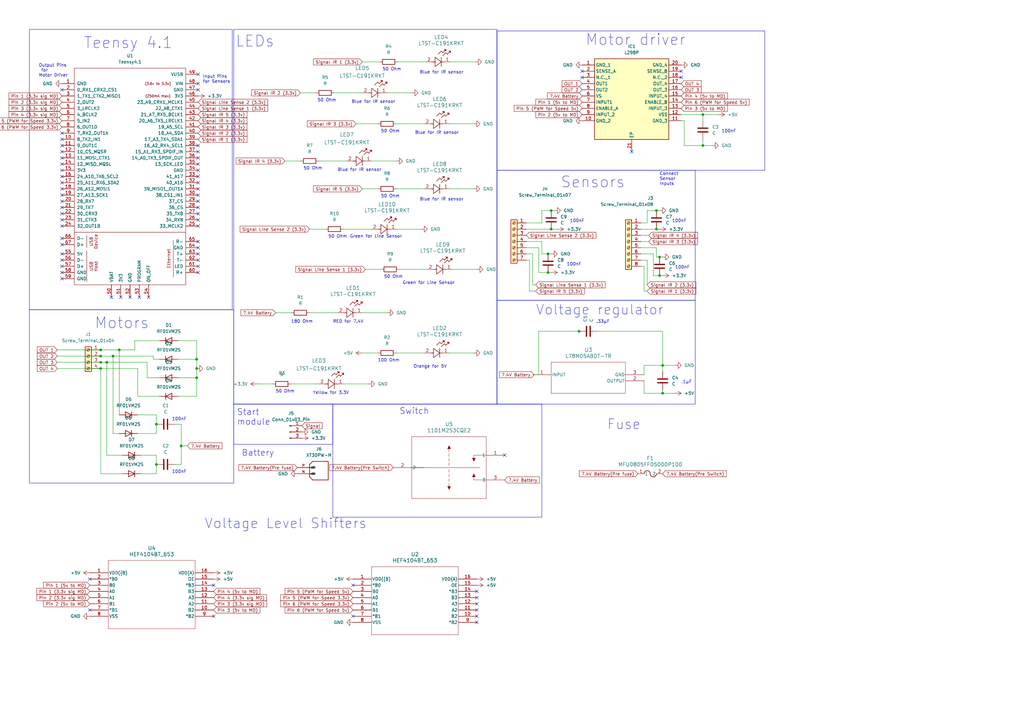
<source format=kicad_sch>
(kicad_sch (version 20230121) (generator eeschema)
  (paper "A3")
  (junction (at 226.06 93.98))
  (junction (at 80.645 154.94))
  (junction (at 226.06 86.36))
  (junction (at 237.49 135.89))
  (junction (at 74.295 182.88))
  (junction (at 288.29 59.69))
  (junction (at 80.645 147.32))
  (junction (at 269.24 86.36))
  (junction (at 80.645 151.13))
  (junction (at 41.275 146.05))
  (junction (at 224.79 111.76))
  (junction (at 46.355 146.05))
  (junction (at 48.895 143.51))
  (junction (at 64.135 173.99))
  (junction (at 270.51 113.03))
  (junction (at 41.275 148.59))
  (junction (at 41.275 151.13))
  (junction (at 64.135 190.5))
  (junction (at 224.79 104.14))
  (junction (at 271.78 161.29))
  (junction (at 271.78 149.86))
  (junction (at 288.29 46.99))
  (junction (at 269.24 93.98))
  (junction (at 43.815 148.59))
  (junction (at 270.51 105.41))
  (junction (at 41.275 143.51))
  (no_connect (at 60.96 121.92))
  (no_connect (at 25.4 80.01))
  (no_connect (at 81.28 69.85))
  (no_connect (at 81.28 77.47))
  (no_connect (at 25.4 67.31))
  (no_connect (at 87.63 252.73))
  (no_connect (at 81.28 92.71))
  (no_connect (at 25.4 90.17))
  (no_connect (at 81.28 85.09))
  (no_connect (at 207.01 186.69))
  (no_connect (at 279.4 29.21))
  (no_connect (at 144.78 252.73))
  (no_connect (at 81.28 74.93))
  (no_connect (at 81.28 64.77))
  (no_connect (at 195.58 247.65))
  (no_connect (at 195.58 245.11))
  (no_connect (at 144.78 240.03))
  (no_connect (at 259.08 62.23))
  (no_connect (at 81.28 59.69))
  (no_connect (at 36.83 237.49))
  (no_connect (at 25.4 92.71))
  (no_connect (at 81.28 67.31))
  (no_connect (at 25.4 69.85))
  (no_connect (at 81.28 106.68))
  (no_connect (at 53.34 121.92))
  (no_connect (at 25.4 82.55))
  (no_connect (at 81.28 30.48))
  (no_connect (at 81.28 87.63))
  (no_connect (at 195.58 242.57))
  (no_connect (at 81.28 104.14))
  (no_connect (at 25.4 106.68))
  (no_connect (at 25.4 97.79))
  (no_connect (at 81.28 34.29))
  (no_connect (at 81.28 80.01))
  (no_connect (at 25.4 104.14))
  (no_connect (at 25.4 111.76))
  (no_connect (at 81.28 99.06))
  (no_connect (at 81.28 90.17))
  (no_connect (at 25.4 54.61))
  (no_connect (at 87.63 240.03))
  (no_connect (at 49.53 121.92))
  (no_connect (at 195.58 252.73))
  (no_connect (at 81.28 82.55))
  (no_connect (at 25.4 114.3))
  (no_connect (at 25.4 72.39))
  (no_connect (at 25.4 62.23))
  (no_connect (at 81.28 72.39))
  (no_connect (at 81.28 109.22))
  (no_connect (at 25.4 85.09))
  (no_connect (at 25.4 64.77))
  (no_connect (at 195.58 255.27))
  (no_connect (at 25.4 57.15))
  (no_connect (at 25.4 59.69))
  (no_connect (at 81.28 101.6))
  (no_connect (at 36.83 250.19))
  (no_connect (at 279.4 31.75))
  (no_connect (at 238.76 31.75))
  (no_connect (at 195.58 250.19))
  (no_connect (at 25.4 109.22))
  (no_connect (at 57.15 121.92))
  (no_connect (at 81.28 36.83))
  (no_connect (at 81.28 62.23))
  (no_connect (at 25.4 36.83))
  (no_connect (at 25.4 77.47))
  (no_connect (at 45.72 121.92))
  (no_connect (at 25.4 74.93))
  (no_connect (at 238.76 29.21))
  (no_connect (at 25.4 87.63))
  (no_connect (at 25.4 100.33))
  (no_connect (at 81.28 111.76))
  (wire (pts (xy 41.275 194.31) (xy 41.275 151.13)))
  (wire (pts (xy 105.41 157.48) (xy 111.76 157.48)))
  (wire (pts (xy 146.05 50.8) (xy 154.94 50.8)))
  (wire (pts (xy 218.44 116.84) (xy 218.44 104.14)))
  (wire (pts (xy 162.56 77.47) (xy 173.99 77.47)))
  (wire (pts (xy 184.785 25.4) (xy 194.945 25.4)))
  (wire (pts (xy 265.43 91.44) (xy 262.89 91.44)))
  (wire (pts (xy 57.785 186.69) (xy 64.135 186.69)))
  (wire (pts (xy 162.56 144.78) (xy 173.99 144.78)))
  (wire (pts (xy 43.815 186.69) (xy 43.815 148.59)))
  (wire (pts (xy 226.06 111.76) (xy 224.79 111.76)))
  (wire (pts (xy 270.51 113.03) (xy 271.78 113.03)))
  (wire (pts (xy 41.275 151.13) (xy 56.515 151.13)))
  (wire (pts (xy 140.97 157.48) (xy 151.13 157.48)))
  (wire (pts (xy 62.865 147.32) (xy 65.405 147.32)))
  (wire (pts (xy 265.43 116.84) (xy 265.43 106.68)))
  (wire (pts (xy 262.89 96.52) (xy 266.065 96.52)))
  (wire (pts (xy 217.17 106.68) (xy 215.9 106.68)))
  (wire (pts (xy 219.71 116.84) (xy 218.44 116.84)))
  (wire (pts (xy 269.24 93.98) (xy 270.51 93.98)))
  (wire (pts (xy 50.165 194.31) (xy 41.275 194.31)))
  (wire (pts (xy 74.295 182.88) (xy 76.835 182.88)))
  (wire (pts (xy 222.25 91.44) (xy 215.9 91.44)))
  (wire (pts (xy 56.515 151.13) (xy 56.515 162.56)))
  (wire (pts (xy 226.06 86.36) (xy 222.25 86.36)))
  (wire (pts (xy 269.24 101.6) (xy 262.89 101.6)))
  (wire (pts (xy 264.16 109.22) (xy 262.89 109.22)))
  (wire (pts (xy 220.98 101.6) (xy 215.9 101.6)))
  (wire (pts (xy 219.71 119.38) (xy 217.17 119.38)))
  (wire (pts (xy 62.865 146.05) (xy 62.865 147.32)))
  (wire (pts (xy 43.815 148.59) (xy 60.325 148.59)))
  (wire (pts (xy 288.29 59.69) (xy 280.67 59.69)))
  (wire (pts (xy 73.025 154.94) (xy 80.645 154.94)))
  (wire (pts (xy 292.1 59.69) (xy 288.29 59.69)))
  (wire (pts (xy 162.56 50.8) (xy 173.99 50.8)))
  (wire (pts (xy 116.84 66.04) (xy 123.19 66.04)))
  (wire (pts (xy 271.78 135.89) (xy 271.78 149.86)))
  (wire (pts (xy 269.24 105.41) (xy 269.24 101.6)))
  (wire (pts (xy 162.56 93.98) (xy 172.72 93.98)))
  (wire (pts (xy 23.495 143.51) (xy 41.275 143.51)))
  (wire (pts (xy 262.89 93.98) (xy 269.24 93.98)))
  (wire (pts (xy 265.43 106.68) (xy 262.89 106.68)))
  (wire (pts (xy 184.15 50.8) (xy 194.31 50.8)))
  (wire (pts (xy 50.165 186.69) (xy 43.815 186.69)))
  (wire (pts (xy 41.275 148.59) (xy 43.815 148.59)))
  (wire (pts (xy 80.645 147.32) (xy 80.645 151.13)))
  (wire (pts (xy 265.43 86.36) (xy 269.24 86.36)))
  (wire (pts (xy 288.29 57.15) (xy 288.29 59.69)))
  (wire (pts (xy 224.79 111.76) (xy 220.98 111.76)))
  (wire (pts (xy 237.49 135.89) (xy 220.98 135.89)))
  (wire (pts (xy 222.25 99.06) (xy 215.9 99.06)))
  (wire (pts (xy 73.025 162.56) (xy 80.645 162.56)))
  (wire (pts (xy 71.755 190.5) (xy 74.295 190.5)))
  (wire (pts (xy 265.43 86.36) (xy 265.43 91.44)))
  (wire (pts (xy 288.29 46.99) (xy 288.29 49.53)))
  (wire (pts (xy 74.295 173.99) (xy 74.295 182.88)))
  (wire (pts (xy 46.355 177.8) (xy 46.355 146.05)))
  (wire (pts (xy 276.86 161.29) (xy 271.78 161.29)))
  (wire (pts (xy 148.59 128.27) (xy 158.75 128.27)))
  (wire (pts (xy 148.59 144.78) (xy 154.94 144.78)))
  (wire (pts (xy 227.33 86.36) (xy 226.06 86.36)))
  (wire (pts (xy 74.295 182.88) (xy 74.295 190.5)))
  (wire (pts (xy 288.29 46.99) (xy 279.4 46.99)))
  (wire (pts (xy 56.515 162.56) (xy 65.405 162.56)))
  (wire (pts (xy 226.06 104.14) (xy 224.79 104.14)))
  (wire (pts (xy 224.79 104.14) (xy 222.25 104.14)))
  (wire (pts (xy 270.51 105.41) (xy 271.78 105.41)))
  (wire (pts (xy 264.16 119.38) (xy 265.43 119.38)))
  (wire (pts (xy 48.895 143.51) (xy 55.245 143.51)))
  (wire (pts (xy 130.81 66.04) (xy 142.24 66.04)))
  (wire (pts (xy 56.515 170.18) (xy 64.135 170.18)))
  (wire (pts (xy 64.135 194.31) (xy 64.135 190.5)))
  (wire (pts (xy 271.78 149.86) (xy 264.16 149.86)))
  (wire (pts (xy 217.17 119.38) (xy 217.17 106.68)))
  (wire (pts (xy 226.06 93.98) (xy 215.9 93.98)))
  (wire (pts (xy 46.355 146.05) (xy 62.865 146.05)))
  (wire (pts (xy 269.24 86.36) (xy 270.51 86.36)))
  (wire (pts (xy 276.86 149.86) (xy 271.78 149.86)))
  (wire (pts (xy 113.03 128.27) (xy 119.38 128.27)))
  (wire (pts (xy 218.44 104.14) (xy 215.9 104.14)))
  (wire (pts (xy 119.38 157.48) (xy 130.81 157.48)))
  (wire (pts (xy 264.16 119.38) (xy 264.16 109.22)))
  (wire (pts (xy 64.135 170.18) (xy 64.135 173.99)))
  (wire (pts (xy 220.98 111.76) (xy 220.98 101.6)))
  (wire (pts (xy 294.64 46.99) (xy 288.29 46.99)))
  (wire (pts (xy 57.785 194.31) (xy 64.135 194.31)))
  (wire (pts (xy 271.78 161.29) (xy 264.16 161.29)))
  (wire (pts (xy 267.97 113.03) (xy 267.97 104.14)))
  (wire (pts (xy 228.6 93.98) (xy 226.06 93.98)))
  (wire (pts (xy 262.89 99.06) (xy 266.065 99.06)))
  (wire (pts (xy 123.19 38.1) (xy 129.54 38.1)))
  (wire (pts (xy 64.135 186.69) (xy 64.135 190.5)))
  (wire (pts (xy 55.245 143.51) (xy 55.245 139.7)))
  (wire (pts (xy 267.97 104.14) (xy 262.89 104.14)))
  (wire (pts (xy 23.495 151.13) (xy 41.275 151.13)))
  (wire (pts (xy 60.325 148.59) (xy 60.325 154.94)))
  (wire (pts (xy 269.24 105.41) (xy 270.51 105.41)))
  (wire (pts (xy 271.78 160.02) (xy 271.78 161.29)))
  (wire (pts (xy 220.98 153.67) (xy 218.44 153.67)))
  (wire (pts (xy 137.16 38.1) (xy 148.59 38.1)))
  (wire (pts (xy 41.275 143.51) (xy 48.895 143.51)))
  (wire (pts (xy 56.515 177.8) (xy 64.135 177.8)))
  (wire (pts (xy 80.645 162.56) (xy 80.645 154.94)))
  (wire (pts (xy 267.97 113.03) (xy 270.51 113.03)))
  (wire (pts (xy 71.755 173.99) (xy 74.295 173.99)))
  (wire (pts (xy 152.4 66.04) (xy 162.56 66.04)))
  (wire (pts (xy 80.645 139.7) (xy 80.645 147.32)))
  (wire (pts (xy 220.98 135.89) (xy 220.98 153.67)))
  (wire (pts (xy 163.83 110.49) (xy 175.26 110.49)))
  (wire (pts (xy 240.03 135.89) (xy 237.49 135.89)))
  (wire (pts (xy 184.15 144.78) (xy 194.31 144.78)))
  (wire (pts (xy 184.15 77.47) (xy 194.31 77.47)))
  (wire (pts (xy 55.245 139.7) (xy 65.405 139.7)))
  (wire (pts (xy 148.59 77.47) (xy 154.94 77.47)))
  (wire (pts (xy 280.67 59.69) (xy 280.67 49.53)))
  (wire (pts (xy 48.895 177.8) (xy 46.355 177.8)))
  (wire (pts (xy 48.895 143.51) (xy 48.895 170.18)))
  (wire (pts (xy 271.78 149.86) (xy 271.78 152.4)))
  (wire (pts (xy 41.275 146.05) (xy 46.355 146.05)))
  (wire (pts (xy 222.25 86.36) (xy 222.25 91.44)))
  (wire (pts (xy 149.86 110.49) (xy 156.21 110.49)))
  (wire (pts (xy 264.16 161.29) (xy 264.16 156.21)))
  (wire (pts (xy 140.97 93.98) (xy 152.4 93.98)))
  (wire (pts (xy 23.495 146.05) (xy 41.275 146.05)))
  (wire (pts (xy 80.645 154.94) (xy 80.645 151.13)))
  (wire (pts (xy 148.59 25.4) (xy 155.575 25.4)))
  (wire (pts (xy 245.11 135.89) (xy 271.78 135.89)))
  (wire (pts (xy 127 128.27) (xy 138.43 128.27)))
  (wire (pts (xy 163.195 25.4) (xy 174.625 25.4)))
  (wire (pts (xy 23.495 148.59) (xy 41.275 148.59)))
  (wire (pts (xy 73.025 147.32) (xy 80.645 147.32)))
  (wire (pts (xy 185.42 110.49) (xy 195.58 110.49)))
  (wire (pts (xy 222.25 104.14) (xy 222.25 99.06)))
  (wire (pts (xy 127 93.98) (xy 133.35 93.98)))
  (wire (pts (xy 60.325 154.94) (xy 65.405 154.94)))
  (wire (pts (xy 158.75 38.1) (xy 168.91 38.1)))
  (wire (pts (xy 264.16 149.86) (xy 264.16 153.67)))
  (wire (pts (xy 280.67 49.53) (xy 279.4 49.53)))
  (wire (pts (xy 64.135 177.8) (xy 64.135 173.99)))
  (wire (pts (xy 73.025 139.7) (xy 80.645 139.7)))
  (rectangle (start 136.525 165.735) (end 222.25 212.09))
  (rectangle (start 95.885 12.065) (end 203.835 165.735))
  (rectangle (start 203.835 123.19) (end 285.115 165.735))
  (rectangle (start 95.885 165.735) (end 136.525 182.245))
  (rectangle (start 12.065 127) (end 95.885 198.12))
  (rectangle (start 12.065 12.065) (end 95.25 127))
  (rectangle (start 203.835 12.7) (end 313.69 69.85))
  (rectangle (start 203.835 69.85) (end 285.115 123.19))
  (text "Blue for IR sensor" (at 172.085 82.55 0) (effects (font (size 1.27 1.27)) (justify left bottom)))
  (text "Voltage Level Shifters" (at 83.82 217.17 0) (effects (font (size 4 4)) (justify left bottom)))
  (text "Motor driver" (at 240.03 19.05 0) (effects (font (size 4.5 4.5)) (justify left bottom)))
  (text "100nF" (at 70.485 172.72 0) (effects (font (size 1.27 1.27)) (justify left bottom)))
  (text "Blue for IR sensor" (at 144.145 42.545 0) (effects (font (size 1.27 1.27)) (justify left bottom)))
  (text "50 Ohm" (at 157.48 114.3 0) (effects (font (size 1.27 1.27)) (justify left bottom)))
  (text "Teensy 4.1" (at 34.29 20.32 0) (effects (font (size 4.5 4.5)) (justify left bottom)))
  (text "Green for Line Sensor" (at 143.51 97.79 0) (effects (font (size 1.27 1.27)) (justify left bottom)))
  (text "Output Pins\n for \nMotor Driver" (at 15.875 31.75 0) (effects (font (size 1.27 1.27)) (justify left bottom)))
  (text "Sensors" (at 229.87 77.47 0) (effects (font (size 4.5 4.5)) (justify left bottom)))
  (text "100nF" (at 275.59 91.44 0) (effects (font (size 1.27 1.27)) (justify left bottom)))
  (text "50 Ohm" (at 113.03 161.29 0) (effects (font (size 1.27 1.27)) (justify left bottom)))
  (text "100nF" (at 70.485 194.31 0) (effects (font (size 1.27 1.27)) (justify left bottom)))
  (text "50 Ohm" (at 134.62 97.79 0) (effects (font (size 1.27 1.27)) (justify left bottom)))
  (text "Voltage regulator" (at 219.71 129.54 0) (effects (font (size 4 4)) (justify left bottom)))
  (text "Blue for IR sensor" (at 170.18 55.245 0) (effects (font (size 1.27 1.27)) (justify left bottom)))
  (text "50 Ohm" (at 156.21 81.28 0) (effects (font (size 1.27 1.27)) (justify left bottom)))
  (text "100 Ohm" (at 154.94 148.59 0) (effects (font (size 1.27 1.27)) (justify left bottom)))
  (text "100nF" (at 295.91 54.61 0) (effects (font (size 1.27 1.27)) (justify left bottom)))
  (text "Start\nmodule" (at 97.155 174.625 0) (effects (font (size 2.5 2.5)) (justify left bottom)))
  (text "50 Ohm" (at 124.46 69.85 0) (effects (font (size 1.27 1.27)) (justify left bottom)))
  (text "Yellow for 3.3V" (at 128.27 161.925 0) (effects (font (size 1.27 1.27)) (justify left bottom)))
  (text "100nF" (at 233.68 91.44 0) (effects (font (size 1.27 1.27)) (justify left bottom)))
  (text "LEDs" (at 96.52 19.685 0) (effects (font (size 4.5 4.5)) (justify left bottom)))
  (text "Orange for 5V" (at 169.545 151.13 0) (effects (font (size 1.27 1.27)) (justify left bottom)))
  (text "Motors" (at 38.735 135.255 0) (effects (font (size 4.5 4.5)) (justify left bottom)))
  (text "Battery" (at 99.06 187.325 0) (effects (font (size 2.5 2.5)) (justify left bottom)))
  (text "Blue for IR sensor" (at 138.43 70.485 0) (effects (font (size 1.27 1.27)) (justify left bottom)))
  (text ".1µF" (at 279.4 157.48 0) (effects (font (size 1.27 1.27)) (justify left bottom)))
  (text "Input Pins \nfor Sensors" (at 83.185 34.29 0) (effects (font (size 1.27 1.27)) (justify left bottom)))
  (text ".33µF" (at 244.475 132.715 0) (effects (font (size 1.27 1.27)) (justify left bottom)))
  (text "100nF" (at 232.41 109.22 0) (effects (font (size 1.27 1.27)) (justify left bottom)))
  (text "Switch" (at 163.83 170.18 0) (effects (font (size 2.5 2.5)) (justify left bottom)))
  (text "180 Ohm" (at 119.38 132.715 0) (effects (font (size 1.27 1.27)) (justify left bottom)))
  (text "Blue for IR sensor" (at 172.085 30.48 0) (effects (font (size 1.27 1.27)) (justify left bottom)))
  (text "Connect \nSensor \nInputs" (at 270.51 76.2 0) (effects (font (size 1.27 1.27)) (justify left bottom)))
  (text "50 Ohm" (at 156.845 29.21 0) (effects (font (size 1.27 1.27)) (justify left bottom)))
  (text "50 Ohm" (at 156.21 54.61 0) (effects (font (size 1.27 1.27)) (justify left bottom)))
  (text "Fuse" (at 248.92 176.53 0) (effects (font (size 4 4)) (justify left bottom)))
  (text "Green for Line Sensor" (at 165.1 116.84 0) (effects (font (size 1.27 1.27)) (justify left bottom)))
  (text "RED for 7.4V" (at 136.525 132.715 0) (effects (font (size 1.27 1.27)) (justify left bottom)))
  (text "50 Ohm" (at 130.175 41.91 0) (effects (font (size 1.27 1.27)) (justify left bottom)))
  (text "100nF" (at 276.86 110.49 0) (effects (font (size 1.27 1.27)) (justify left bottom)))
  (global_label "Signal IR 1 (3.3v)" (shape input) (at 81.28 57.15 0) (property "Intersheetrefs" "${INTERSHEET_REFS}" (effects hide)))
  (global_label "OUT 4" (shape input) (at 279.4 34.29 0) (property "Intersheetrefs" "${INTERSHEET_REFS}" (effects hide)))
  (global_label "OUT 3" (shape input) (at 279.4 36.83 0) (property "Intersheetrefs" "${INTERSHEET_REFS}" (effects hide)))
  (global_label "Signal IR 5 (3.3v)" (shape input) (at 148.59 77.47 180) (property "Intersheetrefs" "${INTERSHEET_REFS}" (effects hide)))
  (global_label "Signal IR 4 (3.3v)" (shape input) (at 116.84 66.04 180) (property "Intersheetrefs" "${INTERSHEET_REFS}" (effects hide)))
  (global_label "OUT 4" (shape input) (at 23.495 151.13 180) (property "Intersheetrefs" "${INTERSHEET_REFS}" (effects hide)))
  (global_label "7.4V Battery" (shape input) (at 238.76 39.37 180) (property "Intersheetrefs" "${INTERSHEET_REFS}" (effects hide)))
  (global_label "Pin 6 (PWM for Speed 3.3v)" (shape input) (at 144.78 247.65 180) (property "Intersheetrefs" "${INTERSHEET_REFS}" (effects hide)))
  (global_label "Signal Line Sense 1 (3.3v)" (shape input) (at 81.28 44.45 0) (property "Intersheetrefs" "${INTERSHEET_REFS}" (effects hide)))
  (global_label "Signal IR 1 (3.3v)" (shape input) (at 265.43 119.38 0) (property "Intersheetrefs" "${INTERSHEET_REFS}" (effects hide)))
  (global_label "Signal IR 4 (3.3v)" (shape input) (at 266.065 96.52 0) (property "Intersheetrefs" "${INTERSHEET_REFS}" (effects hide)))
  (global_label "Pin 1 (3.3v sig MD)" (shape input) (at 36.83 242.57 180) (property "Intersheetrefs" "${INTERSHEET_REFS}" (effects hide)))
  (global_label "Pin 4 (3.3v sig MD)" (shape input) (at 25.4 46.99 180) (property "Intersheetrefs" "${INTERSHEET_REFS}" (effects hide)))
  (global_label "Signal IR 4 (3.3v)" (shape input) (at 81.28 49.53 0) (property "Intersheetrefs" "${INTERSHEET_REFS}" (effects hide)))
  (global_label "7.4V Battery(Pre Switch)" (shape input) (at 161.29 191.77 180) (property "Intersheetrefs" "${INTERSHEET_REFS}" (effects hide)))
  (global_label "Pin 6 (PWM for Speed 5v)" (shape input) (at 144.78 250.19 180) (property "Intersheetrefs" "${INTERSHEET_REFS}" (effects hide)))
  (global_label "Signal Line Sense 1 (3.3v)" (shape input) (at 149.86 110.49 180) (property "Intersheetrefs" "${INTERSHEET_REFS}" (effects hide)))
  (global_label "Signal IR 3 (3.3v)" (shape input) (at 266.065 99.06 0) (property "Intersheetrefs" "${INTERSHEET_REFS}" (effects hide)))
  (global_label "7.4V Battery" (shape input) (at 76.835 182.88 0) (property "Intersheetrefs" "${INTERSHEET_REFS}" (effects hide)))
  (global_label "Signal IR 2 (3.3v)" (shape input) (at 265.43 116.84 0) (property "Intersheetrefs" "${INTERSHEET_REFS}" (effects hide)))
  (global_label "OUT 2" (shape input) (at 23.495 146.05 180) (property "Intersheetrefs" "${INTERSHEET_REFS}" (effects hide)))
  (global_label "Signal IR 5 (3.3v)" (shape input) (at 219.71 119.38 0) (property "Intersheetrefs" "${INTERSHEET_REFS}" (effects hide)))
  (global_label "OUT 1" (shape input) (at 23.495 143.51 180) (property "Intersheetrefs" "${INTERSHEET_REFS}" (effects hide)))
  (global_label "OUT 2" (shape input) (at 238.76 36.83 180) (property "Intersheetrefs" "${INTERSHEET_REFS}" (effects hide)))
  (global_label "7.4V Battery" (shape input) (at 113.03 128.27 180) (property "Intersheetrefs" "${INTERSHEET_REFS}" (effects hide)))
  (global_label "Signal IR 1 (3.3v)" (shape input) (at 148.59 25.4 180) (property "Intersheetrefs" "${INTERSHEET_REFS}" (effects hide)))
  (global_label "Pin 4 (5v to MD)" (shape input) (at 87.63 242.57 0) (property "Intersheetrefs" "${INTERSHEET_REFS}" (effects hide)))
  (global_label "Pin 3 (5v to MD)" (shape input) (at 87.63 250.19 0) (property "Intersheetrefs" "${INTERSHEET_REFS}" (effects hide)))
  (global_label "7.4V Battery(Pre Switch)" (shape input) (at 271.78 194.31 0) (property "Intersheetrefs" "${INTERSHEET_REFS}" (effects hide)))
  (global_label "Pin 3 (3.3v sig MD)" (shape input) (at 25.4 44.45 180) (property "Intersheetrefs" "${INTERSHEET_REFS}" (effects hide)))
  (global_label "Pin 5 (PWM for Speed 5v)" (shape input) (at 238.76 44.45 180) (property "Intersheetrefs" "${INTERSHEET_REFS}" (effects hide)))
  (global_label "Signal Line Sense 2 (3.3v)" (shape input) (at 215.9 96.52 0) (property "Intersheetrefs" "${INTERSHEET_REFS}" (effects hide)))
  (global_label "Signal Line Sense 2 (3.3v)" (shape input) (at 81.28 41.91 0) (property "Intersheetrefs" "${INTERSHEET_REFS}" (effects hide)))
  (global_label "7.4V Battery" (shape input) (at 219.075 153.67 180) (property "Intersheetrefs" "${INTERSHEET_REFS}" (effects hide)))
  (global_label "Pin 3 (3.3v sig MD)" (shape input) (at 87.63 247.65 0) (property "Intersheetrefs" "${INTERSHEET_REFS}" (effects hide)))
  (global_label "Signal Line Sense 2 (3.3v)" (shape input) (at 127 93.98 180) (property "Intersheetrefs" "${INTERSHEET_REFS}" (effects hide)))
  (global_label "Pin 1 (5v to MD)" (shape input) (at 36.83 240.03 180) (property "Intersheetrefs" "${INTERSHEET_REFS}" (effects hide)))
  (global_label "7.4V Battery" (shape input) (at 207.01 196.85 0) (property "Intersheetrefs" "${INTERSHEET_REFS}" (effects hide)))
  (global_label "Pin 4 (3.3v sig MD)" (shape input) (at 87.63 245.11 0) (property "Intersheetrefs" "${INTERSHEET_REFS}" (effects hide)))
  (global_label "OUT 3" (shape input) (at 23.495 148.59 180) (property "Intersheetrefs" "${INTERSHEET_REFS}" (effects hide)))
  (global_label "Pin 2 (3.3v sig MD)" (shape input) (at 25.4 41.91 180) (property "Intersheetrefs" "${INTERSHEET_REFS}" (effects hide)))
  (global_label "Pin 1 (3.3v sig MD)" (shape input) (at 25.4 39.37 180) (property "Intersheetrefs" "${INTERSHEET_REFS}" (effects hide)))
  (global_label "Signal IR 2 (3.3v)" (shape input) (at 81.28 54.61 0) (property "Intersheetrefs" "${INTERSHEET_REFS}" (effects hide)))
  (global_label "Signal IR 3 (3.3v)" (shape input) (at 81.28 52.07 0) (property "Intersheetrefs" "${INTERSHEET_REFS}" (effects hide)))
  (global_label "Signal IR 2 (3.3v)" (shape input) (at 123.19 38.1 180) (property "Intersheetrefs" "${INTERSHEET_REFS}" (effects hide)))
  (global_label "Pin 4 (5v to MD)" (shape input) (at 279.4 39.37 0) (property "Intersheetrefs" "${INTERSHEET_REFS}" (effects hide)))
  (global_label "Signal" (shape input) (at 123.825 174.625 0) (property "Intersheetrefs" "${INTERSHEET_REFS}" (effects hide)))
  (global_label "Signal IR 5 (3.3v)" (shape input) (at 81.28 46.99 0) (property "Intersheetrefs" "${INTERSHEET_REFS}" (effects hide)))
  (global_label "Pin 5 (PWM for Speed 3.3v)" (shape input) (at 25.4 49.53 180) (property "Intersheetrefs" "${INTERSHEET_REFS}" (effects hide)))
  (global_label "Signal IR 3 (3.3v)" (shape input) (at 146.05 50.8 180) (property "Intersheetrefs" "${INTERSHEET_REFS}" (effects hide)))
  (global_label "Pin 3 (5v to MD)" (shape input) (at 279.4 44.45 0) (property "Intersheetrefs" "${INTERSHEET_REFS}" (effects hide)))
  (global_label "7.4V Battery(Pre fuse)" (shape input) (at 261.62 194.31 180) (property "Intersheetrefs" "${INTERSHEET_REFS}" (effects hide)))
  (global_label "7.4V Battery(Pre fuse)" (shape input) (at 121.92 191.77 180) (property "Intersheetrefs" "${INTERSHEET_REFS}" (effects hide)))
  (global_label "Pin 2 (5v to MD)" (shape input) (at 36.83 247.65 180) (property "Intersheetrefs" "${INTERSHEET_REFS}" (effects hide)))
  (global_label "Signal Line Sense 1 (3.3v)" (shape input) (at 219.71 116.84 0) (property "Intersheetrefs" "${INTERSHEET_REFS}" (effects hide)))
  (global_label "Pin 2 (3.3v sig MD)" (shape input) (at 36.83 245.11 180) (property "Intersheetrefs" "${INTERSHEET_REFS}" (effects hide)))
  (global_label "Pin 6 (PWM for Speed 5v)" (shape input) (at 279.4 41.91 0) (property "Intersheetrefs" "${INTERSHEET_REFS}" (effects hide)))
  (global_label "Pin 1 (5v to MD)" (shape input) (at 238.76 41.91 180) (property "Intersheetrefs" "${INTERSHEET_REFS}" (effects hide)))
  (global_label "Pin 6 (PWM for Speed 3.3v)" (shape input) (at 25.4 52.07 180) (property "Intersheetrefs" "${INTERSHEET_REFS}" (effects hide)))
  (global_label "Pin 5 (PWM for Speed 3.3v)" (shape input) (at 144.78 245.11 180) (property "Intersheetrefs" "${INTERSHEET_REFS}" (effects hide)))
  (global_label "Pin 5 (PWM for Speed 5v)" (shape input) (at 144.78 242.57 180) (property "Intersheetrefs" "${INTERSHEET_REFS}" (effects hide)))
  (global_label "OUT 1" (shape input) (at 238.76 34.29 180) (property "Intersheetrefs" "${INTERSHEET_REFS}" (effects hide)))
  (global_label "Pin 2 (5v to MD)" (shape input) (at 238.76 46.99 180) (property "Intersheetrefs" "${INTERSHEET_REFS}" (effects hide)))
  (symbol (lib_id "Device:C") (at 226.06 90.17 0) (unit 1)
    (property "Reference" "C9" (at 229.87 88.9 0) (effects (justify left)))
    (property "Value" "C" (at 229.87 91.44 0) (effects (justify left)))
  )
  (symbol (lib_id "power:GND") (at 238.76 49.53 270) (unit 1)
    (property "Reference" "#PWR05" (effects hide))
    (property "Value" "GND" (at 234.95 49.53 90) (effects (justify right)))
  )
  (symbol (lib_id "Device:R") (at 137.16 93.98 270) (unit 1)
    (property "Reference" "R10" (at 137.16 87.63 90))
    (property "Value" "R" (at 137.16 90.17 90))
  )
  (symbol (lib_id "LED--:LTST-C191KRKT") (at 173.99 50.8 0) (unit 1)
    (property "Reference" "LED6" (at 180.34 40.64 0) (effects (font (size 1.524 1.524))))
    (property "Value" "LTST-C191KRKT" (at 180.34 43.18 0) (effects (font (size 1.524 1.524))))
    (property "Footprint" "LED_LTST-C191KRKT_LTO" (effects hide))
    (property "Datasheet" "LTST-C191KRKT" (effects hide))
  )
  (symbol (lib_id "Device:C") (at 67.945 173.99 90) (unit 1)
    (property "Reference" "C1" (at 67.945 166.37 90))
    (property "Value" "C" (at 67.945 168.91 90))
  )
  (symbol (lib_id "Device:R") (at 133.35 38.1 270) (unit 1)
    (property "Reference" "R5" (at 133.35 31.75 90))
    (property "Value" "R" (at 133.35 34.29 90))
  )
  (symbol (lib_id "power:GND") (at 172.72 93.98 90) (unit 1)
    (property "Reference" "#PWR033" (effects hide))
    (property "Value" "GND" (at 176.53 93.98 90) (effects (justify right)))
  )
  (symbol (lib_id "power:GND") (at 151.13 157.48 90) (unit 1)
    (property "Reference" "#PWR025" (effects hide))
    (property "Value" "GND" (at 154.94 157.48 90) (effects (justify right)))
  )
  (symbol (lib_id "Diode:RF01VM2S") (at 53.975 194.31 0) (mirror y) (unit 1)
    (property "Reference" "D8" (at 53.975 187.96 0))
    (property "Value" "RF01VM2S" (at 53.975 190.5 0))
    (property "Footprint" "Diode_SMD:D_SOD-323" (effects hide))
    (property "Datasheet" "https://fscdn.rohm.com/en/products/databook/datasheet/discrete/diode/fast_recovery/rf01vm2s.pdf" (effects hide))
    (property "Sim.Device" "D" (effects hide))
    (property "Sim.Pins" "1=K 2=A" (effects hide))
  )
  (symbol (lib_id "Diode:RF01VM2S") (at 52.705 170.18 0) (mirror y) (unit 1)
    (property "Reference" "D5" (at 52.705 163.83 0))
    (property "Value" "RF01VM2S" (at 52.705 166.37 0))
    (property "Footprint" "Diode_SMD:D_SOD-323" (effects hide))
    (property "Datasheet" "https://fscdn.rohm.com/en/products/databook/datasheet/discrete/diode/fast_recovery/rf01vm2s.pdf" (effects hide))
    (property "Sim.Device" "D" (effects hide))
    (property "Sim.Pins" "1=K 2=A" (effects hide))
  )
  (symbol (lib_id "Device:C") (at 270.51 109.22 0) (unit 1)
    (property "Reference" "C6" (at 274.32 107.95 0) (effects (justify left)))
    (property "Value" "C" (at 274.32 110.49 0) (effects (justify left)))
  )
  (symbol (lib_id "Device:R") (at 158.75 50.8 270) (unit 1)
    (property "Reference" "R6" (at 158.75 44.45 90))
    (property "Value" "R" (at 158.75 46.99 90))
  )
  (symbol (lib_id "power:GND") (at 168.91 38.1 90) (unit 1)
    (property "Reference" "#PWR027" (effects hide))
    (property "Value" "GND" (at 172.72 38.1 90) (effects (justify right)))
  )
  (symbol (lib_id "power:+3.3V") (at 271.78 113.03 270) (unit 1)
    (property "Reference" "#PWR013" (effects hide))
    (property "Value" "+3.3V" (at 275.59 113.03 90) (effects (justify left)))
  )
  (symbol (lib_id "power:+5V") (at 195.58 237.49 270) (unit 1)
    (property "Reference" "#PWR040" (effects hide))
    (property "Value" "+5V" (at 199.39 237.49 90) (effects (justify left)))
  )
  (symbol (lib_id "teensy:Teensy4.1") (at 53.34 88.9 0) (unit 1)
    (property "Reference" "U1" (at 53.34 22.86 0))
    (property "Value" "Teensy4.1" (at 53.34 25.4 0))
    (property "Footprint" "RW_Wasabi:Teensy41" (effects hide))
  )
  (symbol (lib_id "Device:R") (at 159.385 25.4 270) (unit 1)
    (property "Reference" "R4" (at 159.385 19.05 90))
    (property "Value" "R" (at 159.385 21.59 90))
  )
  (symbol (lib_id "Diode:RF01VM2S") (at 69.215 147.32 0) (unit 1)
    (property "Reference" "D2" (at 69.215 140.97 0))
    (property "Value" "RF01VM2S" (at 69.215 143.51 0))
    (property "Footprint" "Diode_SMD:D_SOD-323" (effects hide))
    (property "Datasheet" "https://fscdn.rohm.com/en/products/databook/datasheet/discrete/diode/fast_recovery/rf01vm2s.pdf" (effects hide))
    (property "Sim.Device" "D" (effects hide))
    (property "Sim.Pins" "1=K 2=A" (effects hide))
  )
  (symbol (lib_id "power:+5V") (at 87.63 237.49 270) (unit 1)
    (property "Reference" "#PWR036" (effects hide))
    (property "Value" "+5V" (at 91.44 237.49 90) (effects (justify left)))
  )
  (symbol (lib_id "power:GND") (at 195.58 110.49 90) (unit 1)
    (property "Reference" "#PWR032" (effects hide))
    (property "Value" "GND" (at 199.39 110.49 90) (effects (justify right)))
  )
  (symbol (lib_id "power:GND") (at 158.75 128.27 90) (unit 1)
    (property "Reference" "#PWR022" (effects hide))
    (property "Value" "GND" (at 162.56 128.27 90) (effects (justify right)))
  )
  (symbol (lib_id "Device:R") (at 160.02 110.49 270) (unit 1)
    (property "Reference" "R9" (at 160.02 104.14 90))
    (property "Value" "R" (at 160.02 106.68 90))
  )
  (symbol (lib_id "power:+3.3V") (at 81.28 39.37 270) (unit 1)
    (property "Reference" "#PWR017" (effects hide))
    (property "Value" "+3.3V" (at 85.09 39.37 90) (effects (justify left)))
  )
  (symbol (lib_id "power:+3.3V") (at 228.6 93.98 270) (unit 1)
    (property "Reference" "#PWR020" (effects hide))
    (property "Value" "+3.3V" (at 232.41 93.98 90) (effects (justify left)))
  )
  (symbol (lib_id "Connector:Screw_Terminal_01x07") (at 210.82 99.06 0) (mirror y) (unit 1)
    (property "Reference" "J4" (at 223.52 77.47 0))
    (property "Value" "Screw_Terminal_01x07" (at 223.52 80.01 0))
  )
  (symbol (lib_id "power:GND") (at 279.4 26.67 90) (unit 1)
    (property "Reference" "#PWR02" (effects hide))
    (property "Value" "GND" (at 283.21 26.67 90) (effects (justify right)))
  )
  (symbol (lib_id "power:+5V") (at 276.86 161.29 270) (unit 1)
    (property "Reference" "#PWR011" (effects hide))
    (property "Value" "+5V" (at 280.67 161.29 90) (effects (justify left)))
  )
  (symbol (lib_id "Device:C") (at 241.3 135.89 90) (unit 1)
    (property "Reference" "C5" (at 240.03 132.08 0) (effects (justify left)))
    (property "Value" "C" (at 242.57 132.08 0) (effects (justify left)))
  )
  (symbol (lib_id "L298P:L298P") (at 238.76 26.67 0) (unit 1)
    (property "Reference" "IC1" (at 259.08 19.05 0))
    (property "Value" "L298P" (at 259.08 21.59 0))
    (property "Footprint" "RW_Wasabi:L298P" (effects hide))
    (property "Datasheet" "https://datasheet.datasheetarchive.com/originals/distributors/Datasheets-32/DSA-634400.pdf" (effects hide))
    (property "Height" "3.6" (effects hide))
    (property "Mouser Part Number" "511-L298P" (effects hide))
    (property "Mouser Price/Stock" "https://www.mouser.co.uk/ProductDetail/STMicroelectronics/L298P?qs=lDh9v96ogBZNJERYYNX11w%3D%3D" (effects hide))
    (property "Manufacturer_Name" "STMicroelectronics" (effects hide))
    (property "Manufacturer_Part_Number" "L298P" (effects hide))
  )
  (symbol (lib_id "LED--:LTST-C191KRKT") (at 148.59 38.1 0) (unit 1)
    (property "Reference" "LED5" (at 148.59 27.94 0) (effects (font (size 1.524 1.524))))
    (property "Value" "LTST-C191KRKT" (at 148.59 31.115 0) (effects (font (size 1.524 1.524))))
    (property "Footprint" "LED_LTST-C191KRKT_LTO" (effects hide))
    (property "Datasheet" "LTST-C191KRKT" (effects hide))
  )
  (symbol (lib_id "Device:R") (at 115.57 157.48 270) (unit 1)
    (property "Reference" "R3" (at 115.57 153.035 90))
    (property "Value" "R" (at 115.57 153.67 90))
  )
  (symbol (lib_id "power:+3.3V") (at 270.51 93.98 270) (unit 1)
    (property "Reference" "#PWR015" (effects hide))
    (property "Value" "+3.3V" (at 274.32 93.98 90) (effects (justify left)))
  )
  (symbol (lib_id "LED--:LTST-C191KRKT") (at 142.24 66.04 0) (unit 1)
    (property "Reference" "LED7" (at 142.24 55.245 0) (effects (font (size 1.524 1.524))))
    (property "Value" "LTST-C191KRKT" (at 142.24 58.42 0) (effects (font (size 1.524 1.524))))
    (property "Footprint" "LED_LTST-C191KRKT_LTO" (effects hide))
    (property "Datasheet" "LTST-C191KRKT" (effects hide))
  )
  (symbol (lib_id "power:GND") (at 194.945 25.4 90) (unit 1)
    (property "Reference" "#PWR028" (effects hide))
    (property "Value" "GND" (at 198.755 25.4 90) (effects (justify right)))
  )
  (symbol (lib_id "LED--:LTST-C191KRKT") (at 173.99 77.47 0) (unit 1)
    (property "Reference" "LED8" (at 180.34 67.31 0) (effects (font (size 1.524 1.524))))
    (property "Value" "LTST-C191KRKT" (at 180.34 69.85 0) (effects (font (size 1.524 1.524))))
    (property "Footprint" "LED_LTST-C191KRKT_LTO" (effects hide))
    (property "Datasheet" "LTST-C191KRKT" (effects hide))
  )
  (symbol (lib_id "Connector:Conn_01x03_Pin") (at 118.745 177.165 0) (unit 1)
    (property "Reference" "J5" (at 119.38 169.545 0))
    (property "Value" "Conn_01x03_Pin" (at 119.38 172.085 0))
    (property "Footprint" "Connector:FanPinHeader_1x03_P2.54mm_Vertical" (effects hide))
  )
  (symbol (lib_id "power:GND") (at 25.4 34.29 270) (unit 1)
    (property "Reference" "#PWR01" (effects hide))
    (property "Value" "GND" (at 21.59 34.29 90) (effects (justify right)))
  )
  (symbol (lib_id "Device:C") (at 224.79 107.95 0) (unit 1)
    (property "Reference" "C8" (at 228.6 106.68 0) (effects (justify left)))
    (property "Value" "C" (at 228.6 109.22 0) (effects (justify left)))
  )
  (symbol (lib_id "Device:R") (at 158.75 77.47 270) (unit 1)
    (property "Reference" "R8" (at 158.75 71.12 90))
    (property "Value" "R" (at 158.75 73.66 90))
  )
  (symbol (lib_id "LED--:LTST-C191KRKT") (at 152.4 93.98 0) (unit 1)
    (property "Reference" "LED10" (at 158.75 83.82 0) (effects (font (size 1.524 1.524))))
    (property "Value" "LTST-C191KRKT" (at 158.75 86.36 0) (effects (font (size 1.524 1.524))))
    (property "Footprint" "LED_LTST-C191KRKT_LTO" (effects hide))
    (property "Datasheet" "LTST-C191KRKT" (effects hide))
  )
  (symbol (lib_id "power:+5V") (at 144.78 237.49 90) (unit 1)
    (property "Reference" "#PWR038" (effects hide))
    (property "Value" "+5V" (at 140.97 237.49 90) (effects (justify left)))
  )
  (symbol (lib_id "power:+3.3V") (at 123.825 179.705 270) (unit 1)
    (property "Reference" "#PWR021" (effects hide))
    (property "Value" "+3.3V" (at 127.635 179.705 90) (effects (justify left)))
  )
  (symbol (lib_id "L78M05ABDT-TR:L78M05ABDT-TR") (at 218.44 153.67 0) (unit 1)
    (property "Reference" "U3" (at 241.3 143.51 0) (effects (font (size 1.524 1.524))))
    (property "Value" "L78M05ABDT-TR" (at 241.3 146.05 0) (effects (font (size 1.524 1.524))))
    (property "Footprint" "DPAK_STM" (effects hide))
    (property "Datasheet" "L78M05ABDT-TR" (effects hide))
  )
  (symbol (lib_id "power:GND") (at 194.31 77.47 90) (unit 1)
    (property "Reference" "#PWR031" (effects hide))
    (property "Value" "GND" (at 198.12 77.47 90) (effects (justify right)))
  )
  (symbol (lib_id "power:+3.3V") (at 226.06 111.76 270) (unit 1)
    (property "Reference" "#PWR018" (effects hide))
    (property "Value" "+3.3V" (at 229.87 111.76 90) (effects (justify left)))
  )
  (symbol (lib_id "Diode:RF01VM2S") (at 69.215 154.94 0) (unit 1)
    (property "Reference" "D3" (at 69.215 148.59 0))
    (property "Value" "RF01VM2S" (at 69.215 151.13 0))
    (property "Footprint" "Diode_SMD:D_SOD-323" (effects hide))
    (property "Datasheet" "https://fscdn.rohm.com/en/products/databook/datasheet/discrete/diode/fast_recovery/rf01vm2s.pdf" (effects hide))
    (property "Sim.Device" "D" (effects hide))
    (property "Sim.Pins" "1=K 2=A" (effects hide))
  )
  (symbol (lib_id "Level Shifter (HEF4104B):HEF4104BT_653") (at 144.78 237.49 0) (unit 1)
    (property "Reference" "U2" (at 170.18 227.33 0) (effects (font (size 1.524 1.524))))
    (property "Value" "HEF4104BT_653" (at 170.18 229.87 0) (effects (font (size 1.524 1.524))))
    (property "Footprint" "SO16_SOT109-1_NEX" (effects hide))
    (property "Datasheet" "HEF4104BT_653" (effects hide))
  )
  (symbol (lib_id "Connector:Screw_Terminal_01x04") (at 36.195 146.05 0) (mirror y) (unit 1)
    (property "Reference" "J1" (at 36.195 137.16 0))
    (property "Value" "Screw_Terminal_01x04" (at 36.195 139.7 0))
  )
  (symbol (lib_id "Level Shifter (HEF4104B):HEF4104BT_653") (at 36.83 234.95 0) (unit 1)
    (property "Reference" "U4" (at 62.23 224.79 0) (effects (font (size 1.524 1.524))))
    (property "Value" "HEF4104BT_653" (at 62.23 227.33 0) (effects (font (size 1.524 1.524))))
    (property "Footprint" "SO16_SOT109-1_NEX" (effects hide))
    (property "Datasheet" "HEF4104BT_653" (effects hide))
  )
  (symbol (lib_id "power:GND") (at 162.56 66.04 90) (unit 1)
    (property "Reference" "#PWR030" (effects hide))
    (property "Value" "GND" (at 166.37 66.04 90) (effects (justify right)))
  )
  (symbol (lib_id "power:+5V") (at 36.83 234.95 90) (unit 1)
    (property "Reference" "#PWR035" (effects hide))
    (property "Value" "+5V" (at 33.02 234.95 90) (effects (justify left)))
  )
  (symbol (lib_id "Diode:RF01VM2S") (at 69.215 139.7 0) (unit 1)
    (property "Reference" "D1" (at 69.215 133.35 0))
    (property "Value" "RF01VM2S" (at 69.215 135.89 0))
    (property "Footprint" "Diode_SMD:D_SOD-323" (effects hide))
    (property "Datasheet" "https://fscdn.rohm.com/en/products/databook/datasheet/discrete/diode/fast_recovery/rf01vm2s.pdf" (effects hide))
    (property "Sim.Device" "D" (effects hide))
    (property "Sim.Pins" "1=K 2=A" (effects hide))
  )
  (symbol (lib_id "power:GND") (at 194.31 144.78 90) (unit 1)
    (property "Reference" "#PWR023" (effects hide))
    (property "Value" "GND" (at 198.12 144.78 90) (effects (justify right)))
  )
  (symbol (lib_id "Diode:RF01VM2S") (at 69.215 162.56 0) (unit 1)
    (property "Reference" "D4" (at 69.215 156.21 0))
    (property "Value" "RF01VM2S" (at 69.215 158.75 0))
    (property "Footprint" "Diode_SMD:D_SOD-323" (effects hide))
    (property "Datasheet" "https://fscdn.rohm.com/en/products/databook/datasheet/discrete/diode/fast_recovery/rf01vm2s.pdf" (effects hide))
    (property "Sim.Device" "D" (effects hide))
    (property "Sim.Pins" "1=K 2=A" (effects hide))
  )
  (symbol (lib_id "Device:C") (at 269.24 90.17 0) (unit 1)
    (property "Reference" "C7" (at 273.05 88.9 0) (effects (justify left)))
    (property "Value" "C" (at 273.05 91.44 0) (effects (justify left)))
  )
  (symbol (lib_id "LED--:LTST-C191KRKT") (at 174.625 25.4 0) (unit 1)
    (property "Reference" "LED4" (at 180.975 15.24 0) (effects (font (size 1.524 1.524))))
    (property "Value" "LTST-C191KRKT" (at 180.975 17.78 0) (effects (font (size 1.524 1.524))))
    (property "Footprint" "LED_LTST-C191KRKT_LTO" (effects hide))
    (property "Datasheet" "LTST-C191KRKT" (effects hide))
  )
  (symbol (lib_id "power:+5V") (at 294.64 46.99 270) (mirror x) (unit 1)
    (property "Reference" "#PWR08" (effects hide))
    (property "Value" "+5V" (at 298.45 46.99 90) (effects (justify left)))
  )
  (symbol (lib_id "power:+5V") (at 195.58 240.03 270) (unit 1)
    (property "Reference" "#PWR041" (effects hide))
    (property "Value" "+5V" (at 199.39 240.03 90) (effects (justify left)))
  )
  (symbol (lib_id "power:GND") (at 271.78 105.41 90) (unit 1)
    (property "Reference" "#PWR012" (effects hide))
    (property "Value" "GND" (at 275.59 105.41 90) (effects (justify right)))
  )
  (symbol (lib_id "power:+5V") (at 87.63 234.95 270) (unit 1)
    (property "Reference" "#PWR034" (effects hide))
    (property "Value" "+5V" (at 91.44 234.95 90) (effects (justify left)))
  )
  (symbol (lib_id "XT30PW-M:XT30PW-M") (at 127 191.77 0) (mirror y) (unit 1)
    (property "Reference" "J6" (at 130.81 184.15 0))
    (property "Value" "XT30PW-M" (at 130.81 186.69 0))
    (property "Footprint" "XT30PW-M:AMASS_XT30PW-M" (effects hide))
    (property "MF" "AMASS" (effects hide))
    (property "MAXIMUM_PACKAGE_HEIGHT" "5 mm" (effects hide))
    (property "Package" "None" (effects hide))
    (property "Price" "None" (effects hide))
    (property "Check_prices" "https://www.snapeda.com/parts/XT30PW-M/AMASS/view-part/?ref=eda" (effects hide))
    (property "STANDARD" "Manufacturer Recommendations" (effects hide))
    (property "PARTREV" "1.2" (effects hide))
    (property "SnapEDA_Link" "https://www.snapeda.com/parts/XT30PW-M/AMASS/view-part/?ref=snap" (effects hide))
    (property "MP" "XT30PW-M" (effects hide))
    (property "Description" "\nSocket; DC supply; XT30; male; PIN: 2; on PCBs; THT; Colour: yellow\n" (effects hide))
    (property "MANUFACTURER" "Amass" (effects hide))
    (property "Availability" "Not in stock" (effects hide))
    (property "SNAPEDA_PN" "XT30PW-M" (effects hide))
  )
  (symbol (lib_id "Device:R") (at 127 66.04 270) (unit 1)
    (property "Reference" "R7" (at 127 59.69 90))
    (property "Value" "R" (at 127 62.23 90))
  )
  (symbol (lib_id "Connector:Screw_Terminal_01x08") (at 257.81 99.06 0) (mirror y) (unit 1)
    (property "Reference" "J3" (at 267.97 81.28 0) (effects (justify left)))
    (property "Value" "Screw_Terminal_01x08" (at 267.97 83.82 0) (effects (justify left)))
  )
  (symbol (lib_id "power:GND") (at 121.92 194.31 270) (unit 1)
    (property "Reference" "#PWR09" (effects hide))
    (property "Value" "GND" (at 118.11 194.31 90) (effects (justify right)))
  )
  (symbol (lib_id "LED--:LTST-C191KRKT") (at 175.26 110.49 0) (unit 1)
    (property "Reference" "LED9" (at 181.61 100.33 0) (effects (font (size 1.524 1.524))))
    (property "Value" "LTST-C191KRKT" (at 181.61 102.87 0) (effects (font (size 1.524 1.524))))
    (property "Footprint" "LED_LTST-C191KRKT_LTO" (effects hide))
    (property "Datasheet" "LTST-C191KRKT" (effects hide))
  )
  (symbol (lib_id "Device:C") (at 271.78 156.21 0) (unit 1)
    (property "Reference" "C4" (at 275.59 154.94 0) (effects (justify left)))
    (property "Value" "C" (at 275.59 157.48 0) (effects (justify left)))
  )
  (symbol (lib_id "LED--:LTST-C191KRKT") (at 130.81 157.48 0) (unit 1)
    (property "Reference" "LED3" (at 130.81 147.955 0) (effects (font (size 1.524 1.524))))
    (property "Value" "LTST-C191KRKT" (at 130.81 151.13 0) (effects (font (size 1.524 1.524))))
    (property "Footprint" "LED_LTST-C191KRKT_LTO" (effects hide))
    (property "Datasheet" "LTST-C191KRKT" (effects hide))
  )
  (symbol (lib_id "LED--:LTST-C191KRKT") (at 138.43 128.27 0) (unit 1)
    (property "Reference" "LED1" (at 144.78 118.11 0) (effects (font (size 1.524 1.524))))
    (property "Value" "LTST-C191KRKT" (at 144.78 120.65 0) (effects (font (size 1.524 1.524))))
    (property "Footprint" "LED_LTST-C191KRKT_LTO" (effects hide))
    (property "Datasheet" "LTST-C191KRKT" (effects hide))
  )
  (symbol (lib_id "power:GND") (at 226.06 104.14 90) (unit 1)
    (property "Reference" "#PWR016" (effects hide))
    (property "Value" "GND" (at 229.87 104.14 90) (effects (justify right)))
  )
  (symbol (lib_id "power:GND") (at 227.33 86.36 90) (unit 1)
    (property "Reference" "#PWR019" (effects hide))
    (property "Value" "GND" (at 231.14 86.36 90) (effects (justify right)))
  )
  (symbol (lib_id "Fuse(MFU0805FF05000P100):MFU0805FF05000P100") (at 261.62 194.31 0) (unit 1)
    (property "Reference" "F1" (at 266.7 187.96 0) (effects (font (size 1.524 1.524))))
    (property "Value" "MFU0805FF05000P100" (at 266.7 190.5 0) (effects (font (size 1.524 1.524))))
    (property "Footprint" "FUS_VISHAY_MFU0805_VIS" (effects hide))
    (property "Datasheet" "MFU0805FF05000P100" (effects hide))
  )
  (symbol (lib_id "power:GND") (at 144.78 255.27 270) (unit 1)
    (property "Reference" "#PWR039" (effects hide))
    (property "Value" "GND" (at 140.97 255.27 90) (effects (justify right)))
  )
  (symbol (lib_id "Device:C") (at 67.945 190.5 90) (unit 1)
    (property "Reference" "C2" (at 67.945 182.88 90))
    (property "Value" "C" (at 67.945 185.42 90))
  )
  (symbol (lib_id "power:GND") (at 123.825 177.165 90) (unit 1)
    (property "Reference" "#PWR07" (effects hide))
    (property "Value" "GND" (at 127.635 177.165 90) (effects (justify right)))
  )
  (symbol (lib_id "power:GND") (at 194.31 50.8 90) (unit 1)
    (property "Reference" "#PWR029" (effects hide))
    (property "Value" "GND" (at 198.12 50.8 90) (effects (justify right)))
  )
  (symbol (lib_id "power:+3.3V") (at 105.41 157.48 90) (unit 1)
    (property "Reference" "#PWR026" (effects hide))
    (property "Value" "+3.3V" (at 101.6 157.48 90) (effects (justify left)))
  )
  (symbol (lib_id "Device:R") (at 123.19 128.27 270) (unit 1)
    (property "Reference" "R1" (at 123.19 121.92 90))
    (property "Value" "R" (at 123.19 124.46 90))
  )
  (symbol (lib_id "Diode:RF01VM2S") (at 53.975 186.69 0) (mirror y) (unit 1)
    (property "Reference" "D7" (at 53.975 180.34 0))
    (property "Value" "RF01VM2S" (at 53.975 182.88 0))
    (property "Footprint" "Diode_SMD:D_SOD-323" (effects hide))
    (property "Datasheet" "https://fscdn.rohm.com/en/products/databook/datasheet/discrete/diode/fast_recovery/rf01vm2s.pdf" (effects hide))
    (property "Sim.Device" "D" (effects hide))
    (property "Sim.Pins" "1=K 2=A" (effects hide))
  )
  (symbol (lib_id "power:GND") (at 80.645 151.13 90) (unit 1)
    (property "Reference" "#PWR06" (effects hide))
    (property "Value" "GND" (at 84.455 151.13 90) (effects (justify right)))
  )
  (symbol (lib_id "Switch(1101M2S3CQE2):1101M2S3CQE2") (at 161.29 191.77 0) (unit 1)
    (property "Reference" "U5" (at 184.15 173.99 0) (effects (font (size 1.524 1.524))))
    (property "Value" "1101M2S3CQE2" (at 184.15 176.53 0) (effects (font (size 1.524 1.524))))
    (property "Footprint" "1101M2S3CQE2" (effects hide))
    (property "Datasheet" "1101M2S3CQE2" (effects hide))
  )
  (symbol (lib_id "power:GND") (at 276.86 149.86 90) (unit 1)
    (property "Reference" "#PWR010" (effects hide))
    (property "Value" "GND" (at 280.67 149.86 90) (effects (justify right)))
  )
  (symbol (lib_id "power:+5V") (at 148.59 144.78 90) (unit 1)
    (property "Reference" "#PWR024" (effects hide))
    (property "Value" "+5V" (at 144.78 144.78 90) (effects (justify left)))
  )
  (symbol (lib_id "power:GND") (at 36.83 252.73 270) (unit 1)
    (property "Reference" "#PWR037" (effects hide))
    (property "Value" "GND" (at 33.02 252.73 90) (effects (justify right)))
  )
  (symbol (lib_id "power:GND") (at 238.76 26.67 270) (unit 1)
    (property "Reference" "#PWR04" (effects hide))
    (property "Value" "GND" (at 234.95 26.67 90) (effects (justify right)))
  )
  (symbol (lib_id "power:GND") (at 292.1 59.69 90) (unit 1)
    (property "Reference" "#PWR03" (effects hide))
    (property "Value" "GND" (at 295.91 59.69 90) (effects (justify right)))
  )
  (symbol (lib_id "LED--:LTST-C191KRKT") (at 173.99 144.78 0) (unit 1)
    (property "Reference" "LED2" (at 180.34 134.62 0) (effects (font (size 1.524 1.524))))
    (property "Value" "LTST-C191KRKT" (at 180.34 137.16 0) (effects (font (size 1.524 1.524))))
    (property "Footprint" "LED_LTST-C191KRKT_LTO" (effects hide))
    (property "Datasheet" "LTST-C191KRKT" (effects hide))
  )
  (symbol (lib_id "power:GND") (at 270.51 86.36 90) (unit 1)
    (property "Reference" "#PWR014" (effects hide))
    (property "Value" "GND" (at 274.32 86.36 90) (effects (justify right)))
  )
  (symbol (lib_id "Diode:RF01VM2S") (at 52.705 177.8 0) (mirror y) (unit 1)
    (property "Reference" "D6" (at 52.705 171.45 0))
    (property "Value" "RF01VM2S" (at 52.705 173.99 0))
    (property "Footprint" "Diode_SMD:D_SOD-323" (effects hide))
    (property "Datasheet" "https://fscdn.rohm.com/en/products/databook/datasheet/discrete/diode/fast_recovery/rf01vm2s.pdf" (effects hide))
    (property "Sim.Device" "D" (effects hide))
    (property "Sim.Pins" "1=K 2=A" (effects hide))
  )
  (symbol (lib_id "Device:C") (at 288.29 53.34 180) (unit 1)
    (property "Reference" "C3" (at 292.1 52.07 0) (effects (justify right)))
    (property "Value" "C" (at 292.1 54.61 0) (effects (justify right)))
  )
  (symbol (lib_id "Device:R") (at 158.75 144.78 270) (unit 1)
    (property "Reference" "R2" (at 158.75 138.43 90))
    (property "Value" "R" (at 158.75 140.97 90))
  )
)
</source>
